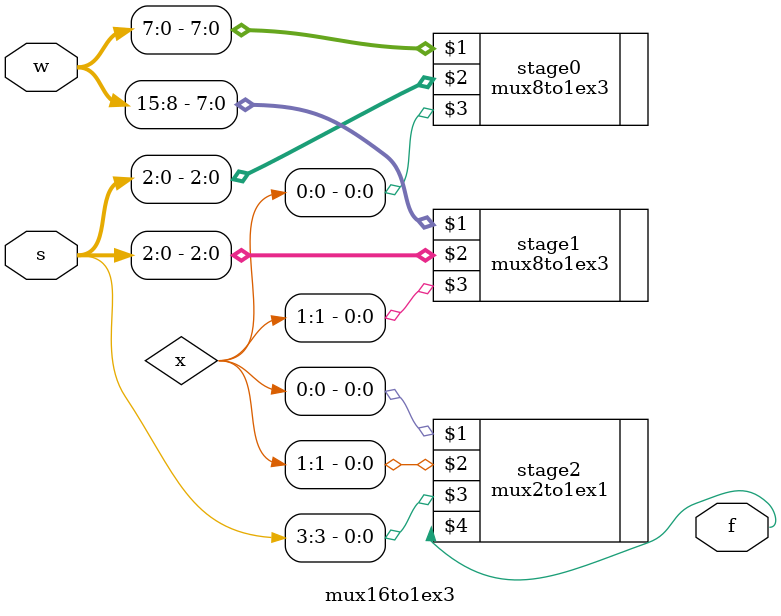
<source format=v>
module mux16to1ex3(w,s,f);
input [15:0]w;
input [3:0]s;
wire [1:0]x;
output f;
mux8to1ex3 stage0(w[7:0],s[2:0],x[0]);
mux8to1ex3 stage1(w[15:8],s[2:0],x[1]);
mux2to1ex1 stage2(x[0],x[1],s[3],f);
endmodule

</source>
